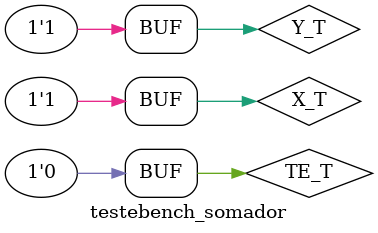
<source format=v>
/*
Prática Somador
Alunos: Alexandre Roque, Henrique Coelho e Vitor Santana
Disciplina: Sistemas Digitais
Professora: Mara Coelho
*/

module testebench_somador;
	//variaveis intermediarias 
	reg X_T, Y_T;
	reg TE_T;
	
	wire S_T;
	wire TS_T;
	//somador1bit(X,Y,TE,S,TS);
	
	somador1bit dut (X_T, Y_T, TE_T, S_T, TS_T);
	
	initial
		begin
			repeat (5)
				begin
					TE_T = 0;
					X_T = 0; Y_T = 0;  #30
					X_T = 0; Y_T = 1;  #30
					X_T = 1; Y_T = 0;  #30
					X_T = 1; Y_T = 1;  #30;
					
				end //repeat
		end //initial
endmodule

</source>
